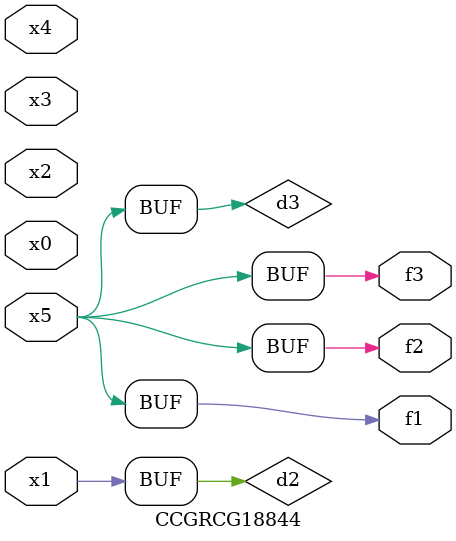
<source format=v>
module CCGRCG18844(
	input x0, x1, x2, x3, x4, x5,
	output f1, f2, f3
);

	wire d1, d2, d3;

	not (d1, x5);
	or (d2, x1);
	xnor (d3, d1);
	assign f1 = d3;
	assign f2 = d3;
	assign f3 = d3;
endmodule

</source>
